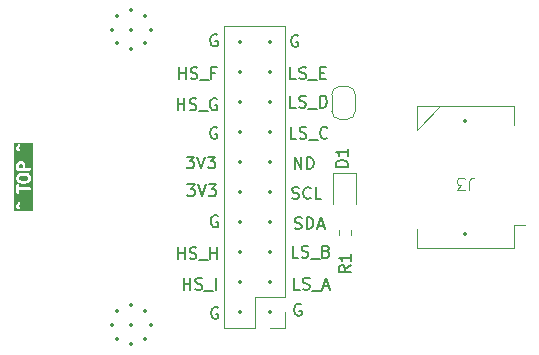
<source format=gto>
%TF.GenerationSoftware,KiCad,Pcbnew,8.0.3*%
%TF.CreationDate,2024-06-06T10:46:03+01:00*%
%TF.ProjectId,hexpansion,68657870-616e-4736-996f-6e2e6b696361,rev?*%
%TF.SameCoordinates,Original*%
%TF.FileFunction,Legend,Top*%
%TF.FilePolarity,Positive*%
%FSLAX46Y46*%
G04 Gerber Fmt 4.6, Leading zero omitted, Abs format (unit mm)*
G04 Created by KiCad (PCBNEW 8.0.3) date 2024-06-06 10:46:03*
%MOMM*%
%LPD*%
G01*
G04 APERTURE LIST*
%ADD10C,0.200000*%
%ADD11C,0.250000*%
%ADD12C,0.100000*%
%ADD13C,0.150000*%
%ADD14C,0.120000*%
%ADD15C,0.350000*%
G04 APERTURE END LIST*
D10*
X117254435Y-100587219D02*
X117873482Y-100587219D01*
X117873482Y-100587219D02*
X117540149Y-100968171D01*
X117540149Y-100968171D02*
X117683006Y-100968171D01*
X117683006Y-100968171D02*
X117778244Y-101015790D01*
X117778244Y-101015790D02*
X117825863Y-101063409D01*
X117825863Y-101063409D02*
X117873482Y-101158647D01*
X117873482Y-101158647D02*
X117873482Y-101396742D01*
X117873482Y-101396742D02*
X117825863Y-101491980D01*
X117825863Y-101491980D02*
X117778244Y-101539600D01*
X117778244Y-101539600D02*
X117683006Y-101587219D01*
X117683006Y-101587219D02*
X117397292Y-101587219D01*
X117397292Y-101587219D02*
X117302054Y-101539600D01*
X117302054Y-101539600D02*
X117254435Y-101491980D01*
X118159197Y-100587219D02*
X118492530Y-101587219D01*
X118492530Y-101587219D02*
X118825863Y-100587219D01*
X119063959Y-100587219D02*
X119683006Y-100587219D01*
X119683006Y-100587219D02*
X119349673Y-100968171D01*
X119349673Y-100968171D02*
X119492530Y-100968171D01*
X119492530Y-100968171D02*
X119587768Y-101015790D01*
X119587768Y-101015790D02*
X119635387Y-101063409D01*
X119635387Y-101063409D02*
X119683006Y-101158647D01*
X119683006Y-101158647D02*
X119683006Y-101396742D01*
X119683006Y-101396742D02*
X119635387Y-101491980D01*
X119635387Y-101491980D02*
X119587768Y-101539600D01*
X119587768Y-101539600D02*
X119492530Y-101587219D01*
X119492530Y-101587219D02*
X119206816Y-101587219D01*
X119206816Y-101587219D02*
X119111578Y-101539600D01*
X119111578Y-101539600D02*
X119063959Y-101491980D01*
X116949673Y-109517219D02*
X116949673Y-108517219D01*
X116949673Y-108993409D02*
X117521101Y-108993409D01*
X117521101Y-109517219D02*
X117521101Y-108517219D01*
X117949673Y-109469600D02*
X118092530Y-109517219D01*
X118092530Y-109517219D02*
X118330625Y-109517219D01*
X118330625Y-109517219D02*
X118425863Y-109469600D01*
X118425863Y-109469600D02*
X118473482Y-109421980D01*
X118473482Y-109421980D02*
X118521101Y-109326742D01*
X118521101Y-109326742D02*
X118521101Y-109231504D01*
X118521101Y-109231504D02*
X118473482Y-109136266D01*
X118473482Y-109136266D02*
X118425863Y-109088647D01*
X118425863Y-109088647D02*
X118330625Y-109041028D01*
X118330625Y-109041028D02*
X118140149Y-108993409D01*
X118140149Y-108993409D02*
X118044911Y-108945790D01*
X118044911Y-108945790D02*
X117997292Y-108898171D01*
X117997292Y-108898171D02*
X117949673Y-108802933D01*
X117949673Y-108802933D02*
X117949673Y-108707695D01*
X117949673Y-108707695D02*
X117997292Y-108612457D01*
X117997292Y-108612457D02*
X118044911Y-108564838D01*
X118044911Y-108564838D02*
X118140149Y-108517219D01*
X118140149Y-108517219D02*
X118378244Y-108517219D01*
X118378244Y-108517219D02*
X118521101Y-108564838D01*
X118711578Y-109612457D02*
X119473482Y-109612457D01*
X119711578Y-109517219D02*
X119711578Y-108517219D01*
X126495863Y-96727219D02*
X126019673Y-96727219D01*
X126019673Y-96727219D02*
X126019673Y-95727219D01*
X126781578Y-96679600D02*
X126924435Y-96727219D01*
X126924435Y-96727219D02*
X127162530Y-96727219D01*
X127162530Y-96727219D02*
X127257768Y-96679600D01*
X127257768Y-96679600D02*
X127305387Y-96631980D01*
X127305387Y-96631980D02*
X127353006Y-96536742D01*
X127353006Y-96536742D02*
X127353006Y-96441504D01*
X127353006Y-96441504D02*
X127305387Y-96346266D01*
X127305387Y-96346266D02*
X127257768Y-96298647D01*
X127257768Y-96298647D02*
X127162530Y-96251028D01*
X127162530Y-96251028D02*
X126972054Y-96203409D01*
X126972054Y-96203409D02*
X126876816Y-96155790D01*
X126876816Y-96155790D02*
X126829197Y-96108171D01*
X126829197Y-96108171D02*
X126781578Y-96012933D01*
X126781578Y-96012933D02*
X126781578Y-95917695D01*
X126781578Y-95917695D02*
X126829197Y-95822457D01*
X126829197Y-95822457D02*
X126876816Y-95774838D01*
X126876816Y-95774838D02*
X126972054Y-95727219D01*
X126972054Y-95727219D02*
X127210149Y-95727219D01*
X127210149Y-95727219D02*
X127353006Y-95774838D01*
X127543483Y-96822457D02*
X128305387Y-96822457D01*
X129114911Y-96631980D02*
X129067292Y-96679600D01*
X129067292Y-96679600D02*
X128924435Y-96727219D01*
X128924435Y-96727219D02*
X128829197Y-96727219D01*
X128829197Y-96727219D02*
X128686340Y-96679600D01*
X128686340Y-96679600D02*
X128591102Y-96584361D01*
X128591102Y-96584361D02*
X128543483Y-96489123D01*
X128543483Y-96489123D02*
X128495864Y-96298647D01*
X128495864Y-96298647D02*
X128495864Y-96155790D01*
X128495864Y-96155790D02*
X128543483Y-95965314D01*
X128543483Y-95965314D02*
X128591102Y-95870076D01*
X128591102Y-95870076D02*
X128686340Y-95774838D01*
X128686340Y-95774838D02*
X128829197Y-95727219D01*
X128829197Y-95727219D02*
X128924435Y-95727219D01*
X128924435Y-95727219D02*
X129067292Y-95774838D01*
X129067292Y-95774838D02*
X129114911Y-95822457D01*
X126655863Y-106787219D02*
X126179673Y-106787219D01*
X126179673Y-106787219D02*
X126179673Y-105787219D01*
X126941578Y-106739600D02*
X127084435Y-106787219D01*
X127084435Y-106787219D02*
X127322530Y-106787219D01*
X127322530Y-106787219D02*
X127417768Y-106739600D01*
X127417768Y-106739600D02*
X127465387Y-106691980D01*
X127465387Y-106691980D02*
X127513006Y-106596742D01*
X127513006Y-106596742D02*
X127513006Y-106501504D01*
X127513006Y-106501504D02*
X127465387Y-106406266D01*
X127465387Y-106406266D02*
X127417768Y-106358647D01*
X127417768Y-106358647D02*
X127322530Y-106311028D01*
X127322530Y-106311028D02*
X127132054Y-106263409D01*
X127132054Y-106263409D02*
X127036816Y-106215790D01*
X127036816Y-106215790D02*
X126989197Y-106168171D01*
X126989197Y-106168171D02*
X126941578Y-106072933D01*
X126941578Y-106072933D02*
X126941578Y-105977695D01*
X126941578Y-105977695D02*
X126989197Y-105882457D01*
X126989197Y-105882457D02*
X127036816Y-105834838D01*
X127036816Y-105834838D02*
X127132054Y-105787219D01*
X127132054Y-105787219D02*
X127370149Y-105787219D01*
X127370149Y-105787219D02*
X127513006Y-105834838D01*
X127703483Y-106882457D02*
X128465387Y-106882457D01*
X129036816Y-106263409D02*
X129179673Y-106311028D01*
X129179673Y-106311028D02*
X129227292Y-106358647D01*
X129227292Y-106358647D02*
X129274911Y-106453885D01*
X129274911Y-106453885D02*
X129274911Y-106596742D01*
X129274911Y-106596742D02*
X129227292Y-106691980D01*
X129227292Y-106691980D02*
X129179673Y-106739600D01*
X129179673Y-106739600D02*
X129084435Y-106787219D01*
X129084435Y-106787219D02*
X128703483Y-106787219D01*
X128703483Y-106787219D02*
X128703483Y-105787219D01*
X128703483Y-105787219D02*
X129036816Y-105787219D01*
X129036816Y-105787219D02*
X129132054Y-105834838D01*
X129132054Y-105834838D02*
X129179673Y-105882457D01*
X129179673Y-105882457D02*
X129227292Y-105977695D01*
X129227292Y-105977695D02*
X129227292Y-106072933D01*
X129227292Y-106072933D02*
X129179673Y-106168171D01*
X129179673Y-106168171D02*
X129132054Y-106215790D01*
X129132054Y-106215790D02*
X129036816Y-106263409D01*
X129036816Y-106263409D02*
X128703483Y-106263409D01*
X116459673Y-106907219D02*
X116459673Y-105907219D01*
X116459673Y-106383409D02*
X117031101Y-106383409D01*
X117031101Y-106907219D02*
X117031101Y-105907219D01*
X117459673Y-106859600D02*
X117602530Y-106907219D01*
X117602530Y-106907219D02*
X117840625Y-106907219D01*
X117840625Y-106907219D02*
X117935863Y-106859600D01*
X117935863Y-106859600D02*
X117983482Y-106811980D01*
X117983482Y-106811980D02*
X118031101Y-106716742D01*
X118031101Y-106716742D02*
X118031101Y-106621504D01*
X118031101Y-106621504D02*
X117983482Y-106526266D01*
X117983482Y-106526266D02*
X117935863Y-106478647D01*
X117935863Y-106478647D02*
X117840625Y-106431028D01*
X117840625Y-106431028D02*
X117650149Y-106383409D01*
X117650149Y-106383409D02*
X117554911Y-106335790D01*
X117554911Y-106335790D02*
X117507292Y-106288171D01*
X117507292Y-106288171D02*
X117459673Y-106192933D01*
X117459673Y-106192933D02*
X117459673Y-106097695D01*
X117459673Y-106097695D02*
X117507292Y-106002457D01*
X117507292Y-106002457D02*
X117554911Y-105954838D01*
X117554911Y-105954838D02*
X117650149Y-105907219D01*
X117650149Y-105907219D02*
X117888244Y-105907219D01*
X117888244Y-105907219D02*
X118031101Y-105954838D01*
X118221578Y-107002457D02*
X118983482Y-107002457D01*
X119221578Y-106907219D02*
X119221578Y-105907219D01*
X119221578Y-106383409D02*
X119793006Y-106383409D01*
X119793006Y-106907219D02*
X119793006Y-105907219D01*
X126475863Y-91677219D02*
X125999673Y-91677219D01*
X125999673Y-91677219D02*
X125999673Y-90677219D01*
X126761578Y-91629600D02*
X126904435Y-91677219D01*
X126904435Y-91677219D02*
X127142530Y-91677219D01*
X127142530Y-91677219D02*
X127237768Y-91629600D01*
X127237768Y-91629600D02*
X127285387Y-91581980D01*
X127285387Y-91581980D02*
X127333006Y-91486742D01*
X127333006Y-91486742D02*
X127333006Y-91391504D01*
X127333006Y-91391504D02*
X127285387Y-91296266D01*
X127285387Y-91296266D02*
X127237768Y-91248647D01*
X127237768Y-91248647D02*
X127142530Y-91201028D01*
X127142530Y-91201028D02*
X126952054Y-91153409D01*
X126952054Y-91153409D02*
X126856816Y-91105790D01*
X126856816Y-91105790D02*
X126809197Y-91058171D01*
X126809197Y-91058171D02*
X126761578Y-90962933D01*
X126761578Y-90962933D02*
X126761578Y-90867695D01*
X126761578Y-90867695D02*
X126809197Y-90772457D01*
X126809197Y-90772457D02*
X126856816Y-90724838D01*
X126856816Y-90724838D02*
X126952054Y-90677219D01*
X126952054Y-90677219D02*
X127190149Y-90677219D01*
X127190149Y-90677219D02*
X127333006Y-90724838D01*
X127523483Y-91772457D02*
X128285387Y-91772457D01*
X128523483Y-91153409D02*
X128856816Y-91153409D01*
X128999673Y-91677219D02*
X128523483Y-91677219D01*
X128523483Y-91677219D02*
X128523483Y-90677219D01*
X128523483Y-90677219D02*
X128999673Y-90677219D01*
X126765863Y-109507219D02*
X126289673Y-109507219D01*
X126289673Y-109507219D02*
X126289673Y-108507219D01*
X127051578Y-109459600D02*
X127194435Y-109507219D01*
X127194435Y-109507219D02*
X127432530Y-109507219D01*
X127432530Y-109507219D02*
X127527768Y-109459600D01*
X127527768Y-109459600D02*
X127575387Y-109411980D01*
X127575387Y-109411980D02*
X127623006Y-109316742D01*
X127623006Y-109316742D02*
X127623006Y-109221504D01*
X127623006Y-109221504D02*
X127575387Y-109126266D01*
X127575387Y-109126266D02*
X127527768Y-109078647D01*
X127527768Y-109078647D02*
X127432530Y-109031028D01*
X127432530Y-109031028D02*
X127242054Y-108983409D01*
X127242054Y-108983409D02*
X127146816Y-108935790D01*
X127146816Y-108935790D02*
X127099197Y-108888171D01*
X127099197Y-108888171D02*
X127051578Y-108792933D01*
X127051578Y-108792933D02*
X127051578Y-108697695D01*
X127051578Y-108697695D02*
X127099197Y-108602457D01*
X127099197Y-108602457D02*
X127146816Y-108554838D01*
X127146816Y-108554838D02*
X127242054Y-108507219D01*
X127242054Y-108507219D02*
X127480149Y-108507219D01*
X127480149Y-108507219D02*
X127623006Y-108554838D01*
X127813483Y-109602457D02*
X128575387Y-109602457D01*
X128765864Y-109221504D02*
X129242054Y-109221504D01*
X128670626Y-109507219D02*
X129003959Y-108507219D01*
X129003959Y-108507219D02*
X129337292Y-109507219D01*
X117214435Y-98237219D02*
X117833482Y-98237219D01*
X117833482Y-98237219D02*
X117500149Y-98618171D01*
X117500149Y-98618171D02*
X117643006Y-98618171D01*
X117643006Y-98618171D02*
X117738244Y-98665790D01*
X117738244Y-98665790D02*
X117785863Y-98713409D01*
X117785863Y-98713409D02*
X117833482Y-98808647D01*
X117833482Y-98808647D02*
X117833482Y-99046742D01*
X117833482Y-99046742D02*
X117785863Y-99141980D01*
X117785863Y-99141980D02*
X117738244Y-99189600D01*
X117738244Y-99189600D02*
X117643006Y-99237219D01*
X117643006Y-99237219D02*
X117357292Y-99237219D01*
X117357292Y-99237219D02*
X117262054Y-99189600D01*
X117262054Y-99189600D02*
X117214435Y-99141980D01*
X118119197Y-98237219D02*
X118452530Y-99237219D01*
X118452530Y-99237219D02*
X118785863Y-98237219D01*
X119023959Y-98237219D02*
X119643006Y-98237219D01*
X119643006Y-98237219D02*
X119309673Y-98618171D01*
X119309673Y-98618171D02*
X119452530Y-98618171D01*
X119452530Y-98618171D02*
X119547768Y-98665790D01*
X119547768Y-98665790D02*
X119595387Y-98713409D01*
X119595387Y-98713409D02*
X119643006Y-98808647D01*
X119643006Y-98808647D02*
X119643006Y-99046742D01*
X119643006Y-99046742D02*
X119595387Y-99141980D01*
X119595387Y-99141980D02*
X119547768Y-99189600D01*
X119547768Y-99189600D02*
X119452530Y-99237219D01*
X119452530Y-99237219D02*
X119166816Y-99237219D01*
X119166816Y-99237219D02*
X119071578Y-99189600D01*
X119071578Y-99189600D02*
X119023959Y-99141980D01*
X126132054Y-101769600D02*
X126274911Y-101817219D01*
X126274911Y-101817219D02*
X126513006Y-101817219D01*
X126513006Y-101817219D02*
X126608244Y-101769600D01*
X126608244Y-101769600D02*
X126655863Y-101721980D01*
X126655863Y-101721980D02*
X126703482Y-101626742D01*
X126703482Y-101626742D02*
X126703482Y-101531504D01*
X126703482Y-101531504D02*
X126655863Y-101436266D01*
X126655863Y-101436266D02*
X126608244Y-101388647D01*
X126608244Y-101388647D02*
X126513006Y-101341028D01*
X126513006Y-101341028D02*
X126322530Y-101293409D01*
X126322530Y-101293409D02*
X126227292Y-101245790D01*
X126227292Y-101245790D02*
X126179673Y-101198171D01*
X126179673Y-101198171D02*
X126132054Y-101102933D01*
X126132054Y-101102933D02*
X126132054Y-101007695D01*
X126132054Y-101007695D02*
X126179673Y-100912457D01*
X126179673Y-100912457D02*
X126227292Y-100864838D01*
X126227292Y-100864838D02*
X126322530Y-100817219D01*
X126322530Y-100817219D02*
X126560625Y-100817219D01*
X126560625Y-100817219D02*
X126703482Y-100864838D01*
X127703482Y-101721980D02*
X127655863Y-101769600D01*
X127655863Y-101769600D02*
X127513006Y-101817219D01*
X127513006Y-101817219D02*
X127417768Y-101817219D01*
X127417768Y-101817219D02*
X127274911Y-101769600D01*
X127274911Y-101769600D02*
X127179673Y-101674361D01*
X127179673Y-101674361D02*
X127132054Y-101579123D01*
X127132054Y-101579123D02*
X127084435Y-101388647D01*
X127084435Y-101388647D02*
X127084435Y-101245790D01*
X127084435Y-101245790D02*
X127132054Y-101055314D01*
X127132054Y-101055314D02*
X127179673Y-100960076D01*
X127179673Y-100960076D02*
X127274911Y-100864838D01*
X127274911Y-100864838D02*
X127417768Y-100817219D01*
X127417768Y-100817219D02*
X127513006Y-100817219D01*
X127513006Y-100817219D02*
X127655863Y-100864838D01*
X127655863Y-100864838D02*
X127703482Y-100912457D01*
X128608244Y-101817219D02*
X128132054Y-101817219D01*
X128132054Y-101817219D02*
X128132054Y-100817219D01*
X126893482Y-110754838D02*
X126798244Y-110707219D01*
X126798244Y-110707219D02*
X126655387Y-110707219D01*
X126655387Y-110707219D02*
X126512530Y-110754838D01*
X126512530Y-110754838D02*
X126417292Y-110850076D01*
X126417292Y-110850076D02*
X126369673Y-110945314D01*
X126369673Y-110945314D02*
X126322054Y-111135790D01*
X126322054Y-111135790D02*
X126322054Y-111278647D01*
X126322054Y-111278647D02*
X126369673Y-111469123D01*
X126369673Y-111469123D02*
X126417292Y-111564361D01*
X126417292Y-111564361D02*
X126512530Y-111659600D01*
X126512530Y-111659600D02*
X126655387Y-111707219D01*
X126655387Y-111707219D02*
X126750625Y-111707219D01*
X126750625Y-111707219D02*
X126893482Y-111659600D01*
X126893482Y-111659600D02*
X126941101Y-111611980D01*
X126941101Y-111611980D02*
X126941101Y-111278647D01*
X126941101Y-111278647D02*
X126750625Y-111278647D01*
X126362054Y-104329600D02*
X126504911Y-104377219D01*
X126504911Y-104377219D02*
X126743006Y-104377219D01*
X126743006Y-104377219D02*
X126838244Y-104329600D01*
X126838244Y-104329600D02*
X126885863Y-104281980D01*
X126885863Y-104281980D02*
X126933482Y-104186742D01*
X126933482Y-104186742D02*
X126933482Y-104091504D01*
X126933482Y-104091504D02*
X126885863Y-103996266D01*
X126885863Y-103996266D02*
X126838244Y-103948647D01*
X126838244Y-103948647D02*
X126743006Y-103901028D01*
X126743006Y-103901028D02*
X126552530Y-103853409D01*
X126552530Y-103853409D02*
X126457292Y-103805790D01*
X126457292Y-103805790D02*
X126409673Y-103758171D01*
X126409673Y-103758171D02*
X126362054Y-103662933D01*
X126362054Y-103662933D02*
X126362054Y-103567695D01*
X126362054Y-103567695D02*
X126409673Y-103472457D01*
X126409673Y-103472457D02*
X126457292Y-103424838D01*
X126457292Y-103424838D02*
X126552530Y-103377219D01*
X126552530Y-103377219D02*
X126790625Y-103377219D01*
X126790625Y-103377219D02*
X126933482Y-103424838D01*
X127362054Y-104377219D02*
X127362054Y-103377219D01*
X127362054Y-103377219D02*
X127600149Y-103377219D01*
X127600149Y-103377219D02*
X127743006Y-103424838D01*
X127743006Y-103424838D02*
X127838244Y-103520076D01*
X127838244Y-103520076D02*
X127885863Y-103615314D01*
X127885863Y-103615314D02*
X127933482Y-103805790D01*
X127933482Y-103805790D02*
X127933482Y-103948647D01*
X127933482Y-103948647D02*
X127885863Y-104139123D01*
X127885863Y-104139123D02*
X127838244Y-104234361D01*
X127838244Y-104234361D02*
X127743006Y-104329600D01*
X127743006Y-104329600D02*
X127600149Y-104377219D01*
X127600149Y-104377219D02*
X127362054Y-104377219D01*
X128314435Y-104091504D02*
X128790625Y-104091504D01*
X128219197Y-104377219D02*
X128552530Y-103377219D01*
X128552530Y-103377219D02*
X128885863Y-104377219D01*
X116549673Y-91667219D02*
X116549673Y-90667219D01*
X116549673Y-91143409D02*
X117121101Y-91143409D01*
X117121101Y-91667219D02*
X117121101Y-90667219D01*
X117549673Y-91619600D02*
X117692530Y-91667219D01*
X117692530Y-91667219D02*
X117930625Y-91667219D01*
X117930625Y-91667219D02*
X118025863Y-91619600D01*
X118025863Y-91619600D02*
X118073482Y-91571980D01*
X118073482Y-91571980D02*
X118121101Y-91476742D01*
X118121101Y-91476742D02*
X118121101Y-91381504D01*
X118121101Y-91381504D02*
X118073482Y-91286266D01*
X118073482Y-91286266D02*
X118025863Y-91238647D01*
X118025863Y-91238647D02*
X117930625Y-91191028D01*
X117930625Y-91191028D02*
X117740149Y-91143409D01*
X117740149Y-91143409D02*
X117644911Y-91095790D01*
X117644911Y-91095790D02*
X117597292Y-91048171D01*
X117597292Y-91048171D02*
X117549673Y-90952933D01*
X117549673Y-90952933D02*
X117549673Y-90857695D01*
X117549673Y-90857695D02*
X117597292Y-90762457D01*
X117597292Y-90762457D02*
X117644911Y-90714838D01*
X117644911Y-90714838D02*
X117740149Y-90667219D01*
X117740149Y-90667219D02*
X117978244Y-90667219D01*
X117978244Y-90667219D02*
X118121101Y-90714838D01*
X118311578Y-91762457D02*
X119073482Y-91762457D01*
X119644911Y-91143409D02*
X119311578Y-91143409D01*
X119311578Y-91667219D02*
X119311578Y-90667219D01*
X119311578Y-90667219D02*
X119787768Y-90667219D01*
X119783482Y-87944838D02*
X119688244Y-87897219D01*
X119688244Y-87897219D02*
X119545387Y-87897219D01*
X119545387Y-87897219D02*
X119402530Y-87944838D01*
X119402530Y-87944838D02*
X119307292Y-88040076D01*
X119307292Y-88040076D02*
X119259673Y-88135314D01*
X119259673Y-88135314D02*
X119212054Y-88325790D01*
X119212054Y-88325790D02*
X119212054Y-88468647D01*
X119212054Y-88468647D02*
X119259673Y-88659123D01*
X119259673Y-88659123D02*
X119307292Y-88754361D01*
X119307292Y-88754361D02*
X119402530Y-88849600D01*
X119402530Y-88849600D02*
X119545387Y-88897219D01*
X119545387Y-88897219D02*
X119640625Y-88897219D01*
X119640625Y-88897219D02*
X119783482Y-88849600D01*
X119783482Y-88849600D02*
X119831101Y-88801980D01*
X119831101Y-88801980D02*
X119831101Y-88468647D01*
X119831101Y-88468647D02*
X119640625Y-88468647D01*
X119843482Y-111044838D02*
X119748244Y-110997219D01*
X119748244Y-110997219D02*
X119605387Y-110997219D01*
X119605387Y-110997219D02*
X119462530Y-111044838D01*
X119462530Y-111044838D02*
X119367292Y-111140076D01*
X119367292Y-111140076D02*
X119319673Y-111235314D01*
X119319673Y-111235314D02*
X119272054Y-111425790D01*
X119272054Y-111425790D02*
X119272054Y-111568647D01*
X119272054Y-111568647D02*
X119319673Y-111759123D01*
X119319673Y-111759123D02*
X119367292Y-111854361D01*
X119367292Y-111854361D02*
X119462530Y-111949600D01*
X119462530Y-111949600D02*
X119605387Y-111997219D01*
X119605387Y-111997219D02*
X119700625Y-111997219D01*
X119700625Y-111997219D02*
X119843482Y-111949600D01*
X119843482Y-111949600D02*
X119891101Y-111901980D01*
X119891101Y-111901980D02*
X119891101Y-111568647D01*
X119891101Y-111568647D02*
X119700625Y-111568647D01*
X119823482Y-103264838D02*
X119728244Y-103217219D01*
X119728244Y-103217219D02*
X119585387Y-103217219D01*
X119585387Y-103217219D02*
X119442530Y-103264838D01*
X119442530Y-103264838D02*
X119347292Y-103360076D01*
X119347292Y-103360076D02*
X119299673Y-103455314D01*
X119299673Y-103455314D02*
X119252054Y-103645790D01*
X119252054Y-103645790D02*
X119252054Y-103788647D01*
X119252054Y-103788647D02*
X119299673Y-103979123D01*
X119299673Y-103979123D02*
X119347292Y-104074361D01*
X119347292Y-104074361D02*
X119442530Y-104169600D01*
X119442530Y-104169600D02*
X119585387Y-104217219D01*
X119585387Y-104217219D02*
X119680625Y-104217219D01*
X119680625Y-104217219D02*
X119823482Y-104169600D01*
X119823482Y-104169600D02*
X119871101Y-104121980D01*
X119871101Y-104121980D02*
X119871101Y-103788647D01*
X119871101Y-103788647D02*
X119680625Y-103788647D01*
X126339673Y-99297219D02*
X126339673Y-98297219D01*
X126339673Y-98297219D02*
X126911101Y-99297219D01*
X126911101Y-99297219D02*
X126911101Y-98297219D01*
X127387292Y-99297219D02*
X127387292Y-98297219D01*
X127387292Y-98297219D02*
X127625387Y-98297219D01*
X127625387Y-98297219D02*
X127768244Y-98344838D01*
X127768244Y-98344838D02*
X127863482Y-98440076D01*
X127863482Y-98440076D02*
X127911101Y-98535314D01*
X127911101Y-98535314D02*
X127958720Y-98725790D01*
X127958720Y-98725790D02*
X127958720Y-98868647D01*
X127958720Y-98868647D02*
X127911101Y-99059123D01*
X127911101Y-99059123D02*
X127863482Y-99154361D01*
X127863482Y-99154361D02*
X127768244Y-99249600D01*
X127768244Y-99249600D02*
X127625387Y-99297219D01*
X127625387Y-99297219D02*
X127387292Y-99297219D01*
X126455863Y-94087219D02*
X125979673Y-94087219D01*
X125979673Y-94087219D02*
X125979673Y-93087219D01*
X126741578Y-94039600D02*
X126884435Y-94087219D01*
X126884435Y-94087219D02*
X127122530Y-94087219D01*
X127122530Y-94087219D02*
X127217768Y-94039600D01*
X127217768Y-94039600D02*
X127265387Y-93991980D01*
X127265387Y-93991980D02*
X127313006Y-93896742D01*
X127313006Y-93896742D02*
X127313006Y-93801504D01*
X127313006Y-93801504D02*
X127265387Y-93706266D01*
X127265387Y-93706266D02*
X127217768Y-93658647D01*
X127217768Y-93658647D02*
X127122530Y-93611028D01*
X127122530Y-93611028D02*
X126932054Y-93563409D01*
X126932054Y-93563409D02*
X126836816Y-93515790D01*
X126836816Y-93515790D02*
X126789197Y-93468171D01*
X126789197Y-93468171D02*
X126741578Y-93372933D01*
X126741578Y-93372933D02*
X126741578Y-93277695D01*
X126741578Y-93277695D02*
X126789197Y-93182457D01*
X126789197Y-93182457D02*
X126836816Y-93134838D01*
X126836816Y-93134838D02*
X126932054Y-93087219D01*
X126932054Y-93087219D02*
X127170149Y-93087219D01*
X127170149Y-93087219D02*
X127313006Y-93134838D01*
X127503483Y-94182457D02*
X128265387Y-94182457D01*
X128503483Y-94087219D02*
X128503483Y-93087219D01*
X128503483Y-93087219D02*
X128741578Y-93087219D01*
X128741578Y-93087219D02*
X128884435Y-93134838D01*
X128884435Y-93134838D02*
X128979673Y-93230076D01*
X128979673Y-93230076D02*
X129027292Y-93325314D01*
X129027292Y-93325314D02*
X129074911Y-93515790D01*
X129074911Y-93515790D02*
X129074911Y-93658647D01*
X129074911Y-93658647D02*
X129027292Y-93849123D01*
X129027292Y-93849123D02*
X128979673Y-93944361D01*
X128979673Y-93944361D02*
X128884435Y-94039600D01*
X128884435Y-94039600D02*
X128741578Y-94087219D01*
X128741578Y-94087219D02*
X128503483Y-94087219D01*
X126623482Y-88004838D02*
X126528244Y-87957219D01*
X126528244Y-87957219D02*
X126385387Y-87957219D01*
X126385387Y-87957219D02*
X126242530Y-88004838D01*
X126242530Y-88004838D02*
X126147292Y-88100076D01*
X126147292Y-88100076D02*
X126099673Y-88195314D01*
X126099673Y-88195314D02*
X126052054Y-88385790D01*
X126052054Y-88385790D02*
X126052054Y-88528647D01*
X126052054Y-88528647D02*
X126099673Y-88719123D01*
X126099673Y-88719123D02*
X126147292Y-88814361D01*
X126147292Y-88814361D02*
X126242530Y-88909600D01*
X126242530Y-88909600D02*
X126385387Y-88957219D01*
X126385387Y-88957219D02*
X126480625Y-88957219D01*
X126480625Y-88957219D02*
X126623482Y-88909600D01*
X126623482Y-88909600D02*
X126671101Y-88861980D01*
X126671101Y-88861980D02*
X126671101Y-88528647D01*
X126671101Y-88528647D02*
X126480625Y-88528647D01*
X116449673Y-94307219D02*
X116449673Y-93307219D01*
X116449673Y-93783409D02*
X117021101Y-93783409D01*
X117021101Y-94307219D02*
X117021101Y-93307219D01*
X117449673Y-94259600D02*
X117592530Y-94307219D01*
X117592530Y-94307219D02*
X117830625Y-94307219D01*
X117830625Y-94307219D02*
X117925863Y-94259600D01*
X117925863Y-94259600D02*
X117973482Y-94211980D01*
X117973482Y-94211980D02*
X118021101Y-94116742D01*
X118021101Y-94116742D02*
X118021101Y-94021504D01*
X118021101Y-94021504D02*
X117973482Y-93926266D01*
X117973482Y-93926266D02*
X117925863Y-93878647D01*
X117925863Y-93878647D02*
X117830625Y-93831028D01*
X117830625Y-93831028D02*
X117640149Y-93783409D01*
X117640149Y-93783409D02*
X117544911Y-93735790D01*
X117544911Y-93735790D02*
X117497292Y-93688171D01*
X117497292Y-93688171D02*
X117449673Y-93592933D01*
X117449673Y-93592933D02*
X117449673Y-93497695D01*
X117449673Y-93497695D02*
X117497292Y-93402457D01*
X117497292Y-93402457D02*
X117544911Y-93354838D01*
X117544911Y-93354838D02*
X117640149Y-93307219D01*
X117640149Y-93307219D02*
X117878244Y-93307219D01*
X117878244Y-93307219D02*
X118021101Y-93354838D01*
X118211578Y-94402457D02*
X118973482Y-94402457D01*
X119735387Y-93354838D02*
X119640149Y-93307219D01*
X119640149Y-93307219D02*
X119497292Y-93307219D01*
X119497292Y-93307219D02*
X119354435Y-93354838D01*
X119354435Y-93354838D02*
X119259197Y-93450076D01*
X119259197Y-93450076D02*
X119211578Y-93545314D01*
X119211578Y-93545314D02*
X119163959Y-93735790D01*
X119163959Y-93735790D02*
X119163959Y-93878647D01*
X119163959Y-93878647D02*
X119211578Y-94069123D01*
X119211578Y-94069123D02*
X119259197Y-94164361D01*
X119259197Y-94164361D02*
X119354435Y-94259600D01*
X119354435Y-94259600D02*
X119497292Y-94307219D01*
X119497292Y-94307219D02*
X119592530Y-94307219D01*
X119592530Y-94307219D02*
X119735387Y-94259600D01*
X119735387Y-94259600D02*
X119783006Y-94211980D01*
X119783006Y-94211980D02*
X119783006Y-93878647D01*
X119783006Y-93878647D02*
X119592530Y-93878647D01*
X119753482Y-95804838D02*
X119658244Y-95757219D01*
X119658244Y-95757219D02*
X119515387Y-95757219D01*
X119515387Y-95757219D02*
X119372530Y-95804838D01*
X119372530Y-95804838D02*
X119277292Y-95900076D01*
X119277292Y-95900076D02*
X119229673Y-95995314D01*
X119229673Y-95995314D02*
X119182054Y-96185790D01*
X119182054Y-96185790D02*
X119182054Y-96328647D01*
X119182054Y-96328647D02*
X119229673Y-96519123D01*
X119229673Y-96519123D02*
X119277292Y-96614361D01*
X119277292Y-96614361D02*
X119372530Y-96709600D01*
X119372530Y-96709600D02*
X119515387Y-96757219D01*
X119515387Y-96757219D02*
X119610625Y-96757219D01*
X119610625Y-96757219D02*
X119753482Y-96709600D01*
X119753482Y-96709600D02*
X119801101Y-96661980D01*
X119801101Y-96661980D02*
X119801101Y-96328647D01*
X119801101Y-96328647D02*
X119610625Y-96328647D01*
D11*
G36*
X103706378Y-99891473D02*
G01*
X103762565Y-99945988D01*
X103789921Y-99998278D01*
X103791391Y-100129751D01*
X103767304Y-100180219D01*
X103710169Y-100239105D01*
X103573476Y-100274863D01*
X103271346Y-100276892D01*
X103122858Y-100241482D01*
X103066673Y-100186969D01*
X103039316Y-100134677D01*
X103037846Y-100003203D01*
X103061934Y-99952735D01*
X103119066Y-99893851D01*
X103255760Y-99858092D01*
X103557890Y-99856063D01*
X103706378Y-99891473D01*
G37*
G36*
X103266982Y-98880710D02*
G01*
X103287147Y-98899847D01*
X103313586Y-98950384D01*
X103314953Y-99180979D01*
X103038890Y-99181626D01*
X103037554Y-98956197D01*
X103062184Y-98904590D01*
X103081321Y-98884425D01*
X103132302Y-98857754D01*
X103216352Y-98856547D01*
X103266982Y-98880710D01*
G37*
G36*
X104164619Y-102840103D02*
G01*
X102617185Y-102840103D01*
X102617185Y-102393008D01*
X102742185Y-102393008D01*
X102743157Y-102399812D01*
X102742185Y-102406616D01*
X102746579Y-102423767D01*
X102749083Y-102441292D01*
X102752584Y-102447205D01*
X102754290Y-102453862D01*
X102767000Y-102474812D01*
X102926410Y-102683356D01*
X102968377Y-102708205D01*
X103016661Y-102715103D01*
X103063907Y-102702998D01*
X103102925Y-102673735D01*
X103127774Y-102631768D01*
X103134672Y-102583484D01*
X103122567Y-102536238D01*
X103109857Y-102515288D01*
X103021892Y-102400210D01*
X103122567Y-102263386D01*
X103134672Y-102216140D01*
X103127774Y-102167856D01*
X103102925Y-102125889D01*
X103063907Y-102096626D01*
X103016661Y-102084521D01*
X102968377Y-102091419D01*
X102926410Y-102116268D01*
X102909857Y-102134336D01*
X102778368Y-102313037D01*
X102773932Y-102316365D01*
X102765738Y-102330202D01*
X102754290Y-102345762D01*
X102752584Y-102352418D01*
X102749083Y-102358332D01*
X102746579Y-102375856D01*
X102742185Y-102393008D01*
X102617185Y-102393008D01*
X102617185Y-100685526D01*
X102789619Y-100685526D01*
X102792021Y-101281340D01*
X102810685Y-101326400D01*
X102845173Y-101360888D01*
X102890233Y-101379552D01*
X102939005Y-101379552D01*
X102984065Y-101360888D01*
X103018553Y-101326400D01*
X103037217Y-101281340D01*
X103039619Y-101256954D01*
X103038969Y-101095948D01*
X103939005Y-101093838D01*
X103984065Y-101075174D01*
X104018553Y-101040686D01*
X104037217Y-100995626D01*
X104037217Y-100946854D01*
X104018553Y-100901794D01*
X103984065Y-100867306D01*
X103939005Y-100848642D01*
X103914619Y-100846240D01*
X103037971Y-100848295D01*
X103037217Y-100661140D01*
X103018553Y-100616080D01*
X102984065Y-100581592D01*
X102939005Y-100562928D01*
X102890233Y-100562928D01*
X102845173Y-100581592D01*
X102810685Y-100616080D01*
X102792021Y-100661140D01*
X102789619Y-100685526D01*
X102617185Y-100685526D01*
X102617185Y-99971240D01*
X102789619Y-99971240D01*
X102791542Y-100143256D01*
X102790600Y-100146082D01*
X102791755Y-100162335D01*
X102792021Y-100186102D01*
X102793739Y-100190250D01*
X102794058Y-100194732D01*
X102802816Y-100217618D01*
X102852901Y-100313354D01*
X102858305Y-100326400D01*
X102862224Y-100331176D01*
X102863489Y-100333593D01*
X102865983Y-100335756D01*
X102873850Y-100345342D01*
X102961305Y-100430195D01*
X102964896Y-100436180D01*
X102975800Y-100444259D01*
X102988030Y-100456125D01*
X102996615Y-100459681D01*
X103004084Y-100465215D01*
X103027159Y-100473460D01*
X103211547Y-100517430D01*
X103223566Y-100522409D01*
X103238655Y-100523895D01*
X103241875Y-100524663D01*
X103243697Y-100524391D01*
X103247952Y-100524811D01*
X103573657Y-100522623D01*
X103587361Y-100524663D01*
X103602460Y-100522430D01*
X103605671Y-100522409D01*
X103607372Y-100521704D01*
X103611602Y-100521079D01*
X103788551Y-100474790D01*
X103796147Y-100474790D01*
X103809168Y-100469396D01*
X103825153Y-100465215D01*
X103832619Y-100459682D01*
X103841207Y-100456126D01*
X103860149Y-100440581D01*
X103954428Y-100343411D01*
X103965749Y-100333593D01*
X103969063Y-100328327D01*
X103970933Y-100326401D01*
X103972196Y-100323350D01*
X103978803Y-100312856D01*
X104017099Y-100232615D01*
X104018553Y-100231162D01*
X104023544Y-100219112D01*
X104035180Y-100194732D01*
X104035498Y-100190251D01*
X104037217Y-100186102D01*
X104039619Y-100161716D01*
X104037695Y-99989696D01*
X104038637Y-99986873D01*
X104037482Y-99970630D01*
X104037217Y-99946854D01*
X104035498Y-99942704D01*
X104035180Y-99938224D01*
X104026422Y-99915338D01*
X103976338Y-99819604D01*
X103970933Y-99806555D01*
X103967011Y-99801777D01*
X103965749Y-99799363D01*
X103963257Y-99797201D01*
X103955388Y-99787613D01*
X103867930Y-99702757D01*
X103864341Y-99696776D01*
X103853441Y-99688700D01*
X103841207Y-99676830D01*
X103832619Y-99673273D01*
X103825153Y-99667741D01*
X103802078Y-99659496D01*
X103617690Y-99615525D01*
X103605671Y-99610547D01*
X103590579Y-99609060D01*
X103587361Y-99608293D01*
X103585539Y-99608564D01*
X103581285Y-99608145D01*
X103255579Y-99610332D01*
X103241875Y-99608293D01*
X103226776Y-99610525D01*
X103223566Y-99610547D01*
X103221864Y-99611251D01*
X103217635Y-99611877D01*
X103040686Y-99658166D01*
X103033089Y-99658166D01*
X103020068Y-99663559D01*
X103004084Y-99667741D01*
X102996615Y-99673274D01*
X102988030Y-99676831D01*
X102969088Y-99692376D01*
X102874814Y-99789540D01*
X102863489Y-99799363D01*
X102860172Y-99804631D01*
X102858305Y-99806556D01*
X102857043Y-99809602D01*
X102850434Y-99820101D01*
X102812138Y-99900340D01*
X102810685Y-99901794D01*
X102805694Y-99913842D01*
X102794058Y-99938224D01*
X102793739Y-99942705D01*
X102792021Y-99946854D01*
X102789619Y-99971240D01*
X102617185Y-99971240D01*
X102617185Y-98923621D01*
X102789619Y-98923621D01*
X102792021Y-99328959D01*
X102810685Y-99374019D01*
X102845173Y-99408507D01*
X102890233Y-99427171D01*
X102914619Y-99429573D01*
X103939005Y-99427171D01*
X103984065Y-99408507D01*
X104018553Y-99374019D01*
X104037217Y-99328959D01*
X104037217Y-99280187D01*
X104018553Y-99235127D01*
X103984065Y-99200639D01*
X103939005Y-99181975D01*
X103914619Y-99179573D01*
X103562692Y-99180398D01*
X103561283Y-98942740D01*
X103562446Y-98939254D01*
X103561155Y-98921093D01*
X103561026Y-98899235D01*
X103559307Y-98895085D01*
X103558989Y-98890605D01*
X103550231Y-98867719D01*
X103500147Y-98771985D01*
X103494742Y-98758936D01*
X103490820Y-98754158D01*
X103489558Y-98751744D01*
X103487066Y-98749582D01*
X103479197Y-98739994D01*
X103427875Y-98691292D01*
X103419829Y-98682015D01*
X103414689Y-98678779D01*
X103412636Y-98676831D01*
X103409589Y-98675569D01*
X103399091Y-98668960D01*
X103318851Y-98630664D01*
X103317398Y-98629211D01*
X103305349Y-98624220D01*
X103280968Y-98612584D01*
X103276486Y-98612265D01*
X103272338Y-98610547D01*
X103247952Y-98608145D01*
X103123159Y-98609937D01*
X103120728Y-98609127D01*
X103105820Y-98610186D01*
X103080709Y-98610547D01*
X103076559Y-98612265D01*
X103072079Y-98612584D01*
X103049193Y-98621342D01*
X102953459Y-98671425D01*
X102940410Y-98676831D01*
X102935632Y-98680752D01*
X102933218Y-98682015D01*
X102931056Y-98684506D01*
X102921468Y-98692376D01*
X102872766Y-98743697D01*
X102863489Y-98751744D01*
X102860253Y-98756883D01*
X102858305Y-98758937D01*
X102857043Y-98761983D01*
X102850434Y-98772482D01*
X102812138Y-98852721D01*
X102810685Y-98854175D01*
X102805694Y-98866223D01*
X102794058Y-98890605D01*
X102793739Y-98895086D01*
X102792021Y-98899235D01*
X102789619Y-98923621D01*
X102617185Y-98923621D01*
X102617185Y-97488245D01*
X102742185Y-97488245D01*
X102743157Y-97495049D01*
X102742185Y-97501853D01*
X102746579Y-97519004D01*
X102749083Y-97536529D01*
X102752584Y-97542442D01*
X102754290Y-97549099D01*
X102767000Y-97570049D01*
X102926410Y-97778593D01*
X102968377Y-97803442D01*
X103016661Y-97810340D01*
X103063907Y-97798235D01*
X103102925Y-97768972D01*
X103127774Y-97727005D01*
X103134672Y-97678721D01*
X103122567Y-97631475D01*
X103109857Y-97610525D01*
X103021892Y-97495447D01*
X103122567Y-97358623D01*
X103134672Y-97311377D01*
X103127774Y-97263093D01*
X103102925Y-97221126D01*
X103063907Y-97191863D01*
X103016661Y-97179758D01*
X102968377Y-97186656D01*
X102926410Y-97211505D01*
X102909857Y-97229573D01*
X102778368Y-97408274D01*
X102773932Y-97411602D01*
X102765738Y-97425439D01*
X102754290Y-97440999D01*
X102752584Y-97447655D01*
X102749083Y-97453569D01*
X102746579Y-97471093D01*
X102742185Y-97488245D01*
X102617185Y-97488245D01*
X102617185Y-97054758D01*
X104164619Y-97054758D01*
X104164619Y-102840103D01*
G37*
D12*
X141125533Y-101042579D02*
X141125533Y-100328294D01*
X141125533Y-100328294D02*
X141173152Y-100185437D01*
X141173152Y-100185437D02*
X141268390Y-100090199D01*
X141268390Y-100090199D02*
X141411247Y-100042579D01*
X141411247Y-100042579D02*
X141506485Y-100042579D01*
X140744580Y-101042579D02*
X140125533Y-101042579D01*
X140125533Y-101042579D02*
X140458866Y-100661627D01*
X140458866Y-100661627D02*
X140316009Y-100661627D01*
X140316009Y-100661627D02*
X140220771Y-100614008D01*
X140220771Y-100614008D02*
X140173152Y-100566389D01*
X140173152Y-100566389D02*
X140125533Y-100471151D01*
X140125533Y-100471151D02*
X140125533Y-100233056D01*
X140125533Y-100233056D02*
X140173152Y-100137818D01*
X140173152Y-100137818D02*
X140220771Y-100090199D01*
X140220771Y-100090199D02*
X140316009Y-100042579D01*
X140316009Y-100042579D02*
X140601723Y-100042579D01*
X140601723Y-100042579D02*
X140696961Y-100090199D01*
X140696961Y-100090199D02*
X140744580Y-100137818D01*
D13*
X130844819Y-99108094D02*
X129844819Y-99108094D01*
X129844819Y-99108094D02*
X129844819Y-98869999D01*
X129844819Y-98869999D02*
X129892438Y-98727142D01*
X129892438Y-98727142D02*
X129987676Y-98631904D01*
X129987676Y-98631904D02*
X130082914Y-98584285D01*
X130082914Y-98584285D02*
X130273390Y-98536666D01*
X130273390Y-98536666D02*
X130416247Y-98536666D01*
X130416247Y-98536666D02*
X130606723Y-98584285D01*
X130606723Y-98584285D02*
X130701961Y-98631904D01*
X130701961Y-98631904D02*
X130797200Y-98727142D01*
X130797200Y-98727142D02*
X130844819Y-98869999D01*
X130844819Y-98869999D02*
X130844819Y-99108094D01*
X130844819Y-97584285D02*
X130844819Y-98155713D01*
X130844819Y-97869999D02*
X129844819Y-97869999D01*
X129844819Y-97869999D02*
X129987676Y-97965237D01*
X129987676Y-97965237D02*
X130082914Y-98060475D01*
X130082914Y-98060475D02*
X130130533Y-98155713D01*
X131094819Y-107456666D02*
X130618628Y-107789999D01*
X131094819Y-108028094D02*
X130094819Y-108028094D01*
X130094819Y-108028094D02*
X130094819Y-107647142D01*
X130094819Y-107647142D02*
X130142438Y-107551904D01*
X130142438Y-107551904D02*
X130190057Y-107504285D01*
X130190057Y-107504285D02*
X130285295Y-107456666D01*
X130285295Y-107456666D02*
X130428152Y-107456666D01*
X130428152Y-107456666D02*
X130523390Y-107504285D01*
X130523390Y-107504285D02*
X130571009Y-107551904D01*
X130571009Y-107551904D02*
X130618628Y-107647142D01*
X130618628Y-107647142D02*
X130618628Y-108028094D01*
X131094819Y-106504285D02*
X131094819Y-107075713D01*
X131094819Y-106789999D02*
X130094819Y-106789999D01*
X130094819Y-106789999D02*
X130237676Y-106885237D01*
X130237676Y-106885237D02*
X130332914Y-106980475D01*
X130332914Y-106980475D02*
X130380533Y-107075713D01*
D14*
%TO.C,J3*%
X136692200Y-94000000D02*
X144892200Y-94000000D01*
X136692200Y-96000000D02*
X136692200Y-94000000D01*
X136692200Y-104400000D02*
X136692200Y-106000000D01*
X136692200Y-106000000D02*
X144892200Y-106000000D01*
X138692200Y-94000000D02*
X136692200Y-96000000D01*
X144892200Y-95600000D02*
X144892200Y-94000000D01*
X144892200Y-104000000D02*
X145892200Y-104000001D01*
X144892200Y-106000000D02*
X144892200Y-104000000D01*
%TO.C,D1*%
X129590000Y-99605000D02*
X129590000Y-102290000D01*
X131510000Y-99605000D02*
X129590000Y-99605000D01*
X131510000Y-102290000D02*
X131510000Y-99605000D01*
%TO.C,J2*%
X120360000Y-112740000D02*
X120360000Y-87220000D01*
X122960000Y-110140000D02*
X122960000Y-112740000D01*
X122960000Y-112740000D02*
X120360000Y-112740000D01*
X125560000Y-87220000D02*
X120360000Y-87220000D01*
X125560000Y-110140000D02*
X122960000Y-110140000D01*
X125560000Y-110140000D02*
X125560000Y-87220000D01*
X125560000Y-111410000D02*
X125560000Y-112740000D01*
X125560000Y-112740000D02*
X124230000Y-112740000D01*
%TO.C,JP1*%
X129490000Y-94390000D02*
X129490000Y-92990000D01*
X130190000Y-92290000D02*
X130790000Y-92290000D01*
X130790000Y-95090000D02*
X130190000Y-95090000D01*
X131490000Y-92990000D02*
X131490000Y-94390000D01*
X129490000Y-92990000D02*
G75*
G02*
X130190000Y-92290000I700000J0D01*
G01*
X130190000Y-95090000D02*
G75*
G02*
X129490000Y-94390000I-1J699999D01*
G01*
X130790000Y-92290000D02*
G75*
G02*
X131490000Y-92990000I0J-700000D01*
G01*
X131490000Y-94390000D02*
G75*
G02*
X130790000Y-95090000I-699999J-1D01*
G01*
%TO.C,R1*%
X130067500Y-104917258D02*
X130067500Y-104442742D01*
X131112500Y-104917258D02*
X131112500Y-104442742D01*
%TD*%
D15*
X140792200Y-104800001D03*
X140792200Y-95199999D03*
X110850000Y-87500000D03*
X111333274Y-86333274D03*
X111333274Y-88666726D03*
X112500000Y-85850000D03*
X112500000Y-87500000D03*
X112500000Y-89150000D03*
X113666726Y-86333274D03*
X113666726Y-88666726D03*
X114150000Y-87500000D03*
X124230000Y-111410000D03*
X121690000Y-111410000D03*
X124230000Y-108870000D03*
X121690000Y-108870000D03*
X124230000Y-106330000D03*
X121690000Y-106330000D03*
X124230000Y-103790000D03*
X121690000Y-103790000D03*
X124230000Y-101250000D03*
X121690000Y-101250000D03*
X124230000Y-98710000D03*
X121690000Y-98710000D03*
X124230000Y-96170000D03*
X121690000Y-96170000D03*
X124230000Y-93630000D03*
X121690000Y-93630000D03*
X124230000Y-91090000D03*
X121690000Y-91090000D03*
X124230000Y-88550000D03*
X121690000Y-88550000D03*
X110850000Y-112500000D03*
X111333274Y-111333274D03*
X111333274Y-113666726D03*
X112500000Y-110850000D03*
X112500000Y-112500000D03*
X112500000Y-114150000D03*
X113666726Y-111333274D03*
X113666726Y-113666726D03*
X114150000Y-112500000D03*
M02*

</source>
